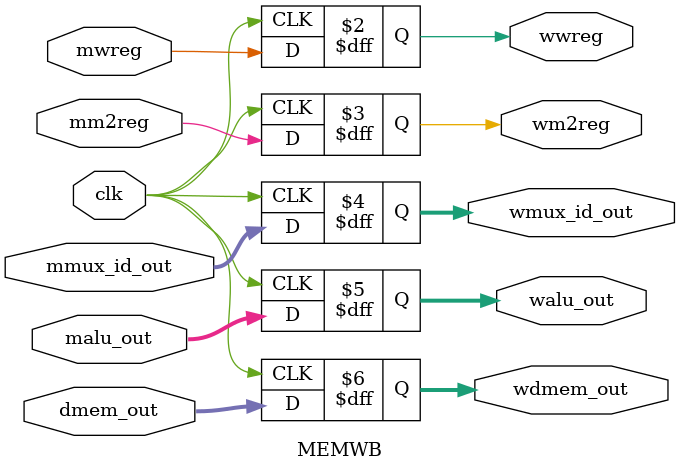
<source format=v>
`timescale 1ns / 1ps


module MEMWB(
    input clk,
    input mwreg,mm2reg,
    input [4:0] mmux_id_out,
    input [31:0] malu_out,
    input [31:0] dmem_out,
    output reg wwreg,wm2reg,
    output reg [4:0] wmux_id_out,
    output reg [31:0] walu_out,
    output reg [31:0] wdmem_out

    );
    always@(posedge clk)
    begin
    wwreg <= mwreg;
    wm2reg <= mm2reg;
    wmux_id_out <= mmux_id_out;
    walu_out <= malu_out;
    wdmem_out <= dmem_out;
    
    end
    
endmodule

</source>
